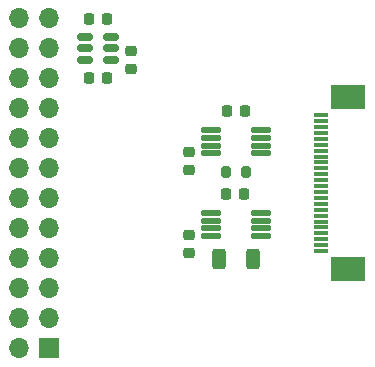
<source format=gbr>
%TF.GenerationSoftware,KiCad,Pcbnew,8.99.0-unknown-77b1d367df~178~ubuntu23.10.1*%
%TF.CreationDate,2024-11-09T00:31:48-05:00*%
%TF.ProjectId,24PinINA333,32345069-6e49-44e4-9133-33332e6b6963,rev?*%
%TF.SameCoordinates,Original*%
%TF.FileFunction,Soldermask,Top*%
%TF.FilePolarity,Negative*%
%FSLAX46Y46*%
G04 Gerber Fmt 4.6, Leading zero omitted, Abs format (unit mm)*
G04 Created by KiCad (PCBNEW 8.99.0-unknown-77b1d367df~178~ubuntu23.10.1) date 2024-11-09 00:31:48*
%MOMM*%
%LPD*%
G01*
G04 APERTURE LIST*
G04 Aperture macros list*
%AMRoundRect*
0 Rectangle with rounded corners*
0 $1 Rounding radius*
0 $2 $3 $4 $5 $6 $7 $8 $9 X,Y pos of 4 corners*
0 Add a 4 corners polygon primitive as box body*
4,1,4,$2,$3,$4,$5,$6,$7,$8,$9,$2,$3,0*
0 Add four circle primitives for the rounded corners*
1,1,$1+$1,$2,$3*
1,1,$1+$1,$4,$5*
1,1,$1+$1,$6,$7*
1,1,$1+$1,$8,$9*
0 Add four rect primitives between the rounded corners*
20,1,$1+$1,$2,$3,$4,$5,0*
20,1,$1+$1,$4,$5,$6,$7,0*
20,1,$1+$1,$6,$7,$8,$9,0*
20,1,$1+$1,$8,$9,$2,$3,0*%
G04 Aperture macros list end*
%ADD10RoundRect,0.225000X-0.250000X0.225000X-0.250000X-0.225000X0.250000X-0.225000X0.250000X0.225000X0*%
%ADD11RoundRect,0.225000X-0.225000X-0.250000X0.225000X-0.250000X0.225000X0.250000X-0.225000X0.250000X0*%
%ADD12RoundRect,0.150000X-0.512500X-0.150000X0.512500X-0.150000X0.512500X0.150000X-0.512500X0.150000X0*%
%ADD13RoundRect,0.125000X0.687500X0.125000X-0.687500X0.125000X-0.687500X-0.125000X0.687500X-0.125000X0*%
%ADD14RoundRect,0.250000X0.312500X0.625000X-0.312500X0.625000X-0.312500X-0.625000X0.312500X-0.625000X0*%
%ADD15RoundRect,0.225000X0.225000X0.250000X-0.225000X0.250000X-0.225000X-0.250000X0.225000X-0.250000X0*%
%ADD16R,1.250000X0.300000*%
%ADD17R,3.000000X2.000000*%
%ADD18RoundRect,0.200000X0.200000X0.275000X-0.200000X0.275000X-0.200000X-0.275000X0.200000X-0.275000X0*%
%ADD19R,1.700000X1.700000*%
%ADD20O,1.700000X1.700000*%
G04 APERTURE END LIST*
D10*
%TO.C,C6*%
X122600000Y-78825000D03*
X122600000Y-80375000D03*
%TD*%
D11*
%TO.C,C4*%
X130725000Y-83925000D03*
X132275000Y-83925000D03*
%TD*%
D12*
%TO.C,U4*%
X118662500Y-77650000D03*
X118662500Y-78600000D03*
X118662500Y-79550000D03*
X120937500Y-79550000D03*
X120937500Y-78600000D03*
X120937500Y-77650000D03*
%TD*%
D13*
%TO.C,U1*%
X133612500Y-94475000D03*
X133612500Y-93825000D03*
X133612500Y-93175000D03*
X133612500Y-92525000D03*
X129387500Y-92525000D03*
X129387500Y-93175000D03*
X129387500Y-93825000D03*
X129387500Y-94475000D03*
%TD*%
D14*
%TO.C,R1*%
X132955000Y-96425000D03*
X130030000Y-96425000D03*
%TD*%
D15*
%TO.C,C5*%
X120575000Y-81100000D03*
X119025000Y-81100000D03*
%TD*%
D13*
%TO.C,U2*%
X133612500Y-87475000D03*
X133612500Y-86825000D03*
X133612500Y-86175000D03*
X133612500Y-85525000D03*
X129387500Y-85525000D03*
X129387500Y-86175000D03*
X129387500Y-86825000D03*
X129387500Y-87475000D03*
%TD*%
D11*
%TO.C,C2*%
X130617500Y-90925000D03*
X132167500Y-90925000D03*
%TD*%
D10*
%TO.C,C3*%
X127500000Y-87350000D03*
X127500000Y-88900000D03*
%TD*%
D16*
%TO.C,J2*%
X138650000Y-95750000D03*
X138650000Y-95250000D03*
X138650000Y-94750000D03*
X138650000Y-94250000D03*
X138650000Y-93750000D03*
X138650000Y-93250000D03*
X138650000Y-92750000D03*
X138650000Y-92250000D03*
X138650000Y-91750000D03*
X138650000Y-91250000D03*
X138650000Y-90750000D03*
X138650000Y-90250000D03*
X138650000Y-89750000D03*
X138650000Y-89250000D03*
X138650000Y-88750000D03*
X138650000Y-88250000D03*
X138650000Y-87750000D03*
X138650000Y-87250000D03*
X138650000Y-86750000D03*
X138650000Y-86250000D03*
X138650000Y-85750000D03*
X138650000Y-85250000D03*
X138650000Y-84750000D03*
X138650000Y-84250000D03*
D17*
X140975000Y-97290000D03*
X140975000Y-82710000D03*
%TD*%
D15*
%TO.C,C7*%
X120575000Y-76100000D03*
X119025000Y-76100000D03*
%TD*%
D18*
%TO.C,R2*%
X132325000Y-89025000D03*
X130675000Y-89025000D03*
%TD*%
D10*
%TO.C,C1*%
X127492500Y-94350000D03*
X127492500Y-95900000D03*
%TD*%
D19*
%TO.C,J1*%
X115650000Y-103975000D03*
D20*
X113110000Y-103975000D03*
X115650000Y-101435000D03*
X113110000Y-101435000D03*
X115650000Y-98895000D03*
X113110000Y-98895000D03*
X115650000Y-96355000D03*
X113110000Y-96355000D03*
X115650000Y-93815000D03*
X113110000Y-93815000D03*
X115650000Y-91275000D03*
X113110000Y-91275000D03*
X115650000Y-88735000D03*
X113110000Y-88735000D03*
X115650000Y-86195000D03*
X113110000Y-86195000D03*
X115650000Y-83655000D03*
X113110000Y-83655000D03*
X115650000Y-81115000D03*
X113110000Y-81115000D03*
X115650000Y-78575000D03*
X113110000Y-78575000D03*
X115650000Y-76035000D03*
X113110000Y-76035000D03*
%TD*%
M02*

</source>
